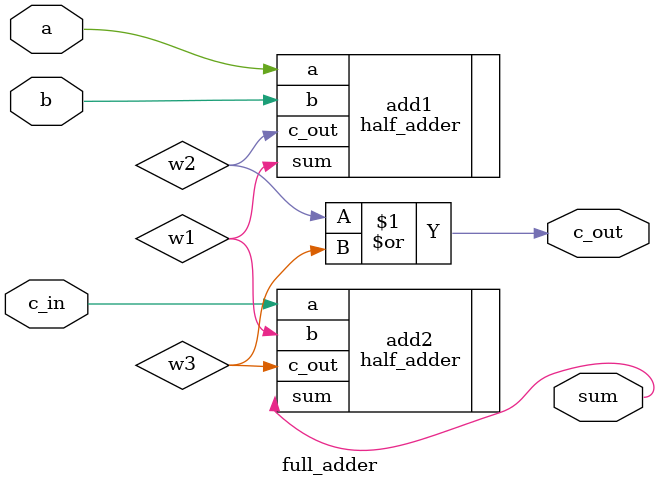
<source format=v>
`timescale 1ns / 1ps


module full_adder(
    input a,
    input b,
    input c_in,
    output sum,
    output c_out
    );
    
    wire w1, w2, w3;
    
    half_adder add1(.sum(w1), .c_out(w2), .a(a), .b(b));
    half_adder add2(.sum(sum), .c_out(w3), .a(c_in), .b(w1));
    
    assign c_out = w2 | w3; 
endmodule

</source>
